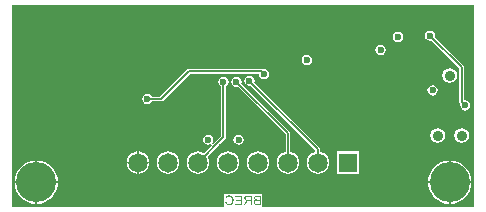
<source format=gbl>
G04*
G04 #@! TF.GenerationSoftware,Altium Limited,Altium Designer,21.6.4 (81)*
G04*
G04 Layer_Physical_Order=4*
G04 Layer_Color=16711680*
%FSLAX44Y44*%
%MOMM*%
G71*
G04*
G04 #@! TF.SameCoordinates,A75552D8-FC29-4B95-B53C-3B512D9A6700*
G04*
G04*
G04 #@! TF.FilePolarity,Positive*
G04*
G01*
G75*
%ADD36C,0.1520*%
%ADD37C,0.9000*%
%ADD38C,3.4000*%
%ADD39C,1.6500*%
%ADD40R,1.6500X1.6500*%
%ADD41C,0.6000*%
G36*
X395922Y4078D02*
X216250Y4078D01*
Y15000D01*
X183750D01*
Y4078D01*
X4078Y4078D01*
X4078Y175020D01*
X148980D01*
X149000Y175000D01*
Y175000D01*
X251000Y175000D01*
Y175020D01*
X395922D01*
X395922Y4078D01*
D02*
G37*
G36*
X188435Y13890D02*
X188629Y13873D01*
X188817Y13849D01*
X188999Y13820D01*
X189169Y13785D01*
X189333Y13738D01*
X189486Y13697D01*
X189626Y13650D01*
X189750Y13603D01*
X189867Y13562D01*
X189967Y13521D01*
X190049Y13480D01*
X190119Y13450D01*
X190166Y13427D01*
X190196Y13409D01*
X190207Y13403D01*
X190372Y13304D01*
X190524Y13198D01*
X190665Y13087D01*
X190800Y12969D01*
X190923Y12852D01*
X191035Y12735D01*
X191140Y12611D01*
X191228Y12500D01*
X191310Y12394D01*
X191387Y12289D01*
X191445Y12201D01*
X191498Y12124D01*
X191533Y12054D01*
X191563Y12007D01*
X191580Y11978D01*
X191586Y11966D01*
X191668Y11784D01*
X191745Y11602D01*
X191809Y11414D01*
X191862Y11227D01*
X191909Y11039D01*
X191950Y10851D01*
X191979Y10675D01*
X192009Y10511D01*
X192026Y10352D01*
X192044Y10206D01*
X192050Y10077D01*
X192061Y9965D01*
Y9877D01*
X192067Y9842D01*
Y9812D01*
Y9789D01*
Y9772D01*
Y9760D01*
Y9754D01*
X192061Y9537D01*
X192050Y9326D01*
X192026Y9120D01*
X192003Y8927D01*
X191968Y8733D01*
X191932Y8557D01*
X191891Y8387D01*
X191850Y8228D01*
X191815Y8087D01*
X191774Y7958D01*
X191739Y7847D01*
X191703Y7753D01*
X191680Y7677D01*
X191657Y7624D01*
X191645Y7589D01*
X191639Y7583D01*
Y7577D01*
X191557Y7395D01*
X191463Y7219D01*
X191363Y7061D01*
X191263Y6908D01*
X191158Y6773D01*
X191052Y6644D01*
X190952Y6533D01*
X190853Y6427D01*
X190759Y6333D01*
X190671Y6257D01*
X190595Y6187D01*
X190524Y6134D01*
X190466Y6093D01*
X190424Y6057D01*
X190401Y6040D01*
X190389Y6034D01*
X190231Y5940D01*
X190061Y5858D01*
X189885Y5788D01*
X189709Y5723D01*
X189533Y5676D01*
X189351Y5629D01*
X189181Y5594D01*
X189010Y5565D01*
X188858Y5547D01*
X188711Y5529D01*
X188582Y5518D01*
X188471Y5506D01*
X188383D01*
X188342Y5500D01*
X188253D01*
X188019Y5506D01*
X187796Y5529D01*
X187585Y5565D01*
X187379Y5606D01*
X187192Y5658D01*
X187015Y5717D01*
X186851Y5782D01*
X186705Y5846D01*
X186569Y5911D01*
X186452Y5975D01*
X186347Y6034D01*
X186264Y6087D01*
X186194Y6128D01*
X186147Y6163D01*
X186118Y6187D01*
X186106Y6192D01*
X185948Y6333D01*
X185801Y6480D01*
X185666Y6638D01*
X185543Y6803D01*
X185431Y6973D01*
X185331Y7137D01*
X185243Y7301D01*
X185167Y7466D01*
X185097Y7618D01*
X185038Y7759D01*
X184991Y7882D01*
X184950Y7994D01*
X184921Y8082D01*
X184909Y8123D01*
X184903Y8152D01*
X184897Y8176D01*
X184891Y8193D01*
X184886Y8205D01*
Y8211D01*
X185959Y8481D01*
X186006Y8293D01*
X186059Y8123D01*
X186118Y7958D01*
X186188Y7812D01*
X186253Y7671D01*
X186329Y7542D01*
X186399Y7430D01*
X186470Y7325D01*
X186534Y7237D01*
X186599Y7155D01*
X186658Y7090D01*
X186710Y7037D01*
X186751Y6990D01*
X186781Y6961D01*
X186804Y6943D01*
X186810Y6938D01*
X186933Y6849D01*
X187057Y6767D01*
X187186Y6697D01*
X187315Y6638D01*
X187444Y6591D01*
X187573Y6550D01*
X187696Y6515D01*
X187813Y6486D01*
X187919Y6462D01*
X188025Y6450D01*
X188113Y6439D01*
X188189Y6427D01*
X188253D01*
X188300Y6421D01*
X188342D01*
X188476Y6427D01*
X188611Y6439D01*
X188741Y6456D01*
X188869Y6480D01*
X188987Y6509D01*
X189104Y6544D01*
X189210Y6574D01*
X189310Y6615D01*
X189398Y6650D01*
X189480Y6679D01*
X189550Y6715D01*
X189609Y6744D01*
X189656Y6767D01*
X189691Y6785D01*
X189715Y6797D01*
X189720Y6803D01*
X189838Y6879D01*
X189943Y6961D01*
X190043Y7049D01*
X190137Y7143D01*
X190219Y7237D01*
X190295Y7337D01*
X190366Y7430D01*
X190430Y7518D01*
X190483Y7606D01*
X190530Y7689D01*
X190571Y7765D01*
X190600Y7829D01*
X190630Y7882D01*
X190647Y7917D01*
X190653Y7947D01*
X190659Y7953D01*
X190712Y8099D01*
X190759Y8252D01*
X190800Y8404D01*
X190829Y8563D01*
X190888Y8862D01*
X190905Y9009D01*
X190923Y9150D01*
X190935Y9273D01*
X190941Y9390D01*
X190947Y9496D01*
X190952Y9584D01*
X190958Y9660D01*
Y9713D01*
Y9748D01*
Y9760D01*
X190952Y9912D01*
X190947Y10059D01*
X190917Y10341D01*
X190900Y10475D01*
X190876Y10605D01*
X190853Y10728D01*
X190829Y10839D01*
X190806Y10945D01*
X190788Y11039D01*
X190765Y11121D01*
X190747Y11191D01*
X190730Y11244D01*
X190718Y11285D01*
X190706Y11315D01*
Y11320D01*
X190653Y11461D01*
X190595Y11590D01*
X190530Y11714D01*
X190460Y11825D01*
X190389Y11937D01*
X190319Y12036D01*
X190243Y12124D01*
X190172Y12206D01*
X190102Y12277D01*
X190037Y12341D01*
X189979Y12394D01*
X189926Y12441D01*
X189885Y12476D01*
X189855Y12506D01*
X189832Y12517D01*
X189826Y12523D01*
X189703Y12605D01*
X189574Y12670D01*
X189445Y12735D01*
X189315Y12787D01*
X189181Y12828D01*
X189051Y12864D01*
X188928Y12893D01*
X188805Y12916D01*
X188694Y12940D01*
X188588Y12952D01*
X188494Y12963D01*
X188412Y12969D01*
X188347Y12975D01*
X188259D01*
X188107Y12969D01*
X187966Y12958D01*
X187831Y12940D01*
X187702Y12910D01*
X187585Y12881D01*
X187473Y12846D01*
X187373Y12811D01*
X187279Y12776D01*
X187197Y12735D01*
X187121Y12699D01*
X187057Y12664D01*
X187004Y12635D01*
X186963Y12605D01*
X186933Y12588D01*
X186916Y12576D01*
X186910Y12570D01*
X186810Y12488D01*
X186716Y12400D01*
X186634Y12300D01*
X186552Y12201D01*
X186476Y12089D01*
X186411Y11983D01*
X186347Y11878D01*
X186294Y11772D01*
X186247Y11673D01*
X186200Y11579D01*
X186165Y11496D01*
X186135Y11426D01*
X186112Y11362D01*
X186094Y11320D01*
X186088Y11291D01*
X186082Y11279D01*
X185026Y11526D01*
X185091Y11731D01*
X185173Y11925D01*
X185255Y12107D01*
X185349Y12277D01*
X185443Y12429D01*
X185537Y12576D01*
X185637Y12705D01*
X185730Y12823D01*
X185824Y12928D01*
X185907Y13016D01*
X185983Y13098D01*
X186053Y13157D01*
X186106Y13210D01*
X186153Y13245D01*
X186176Y13268D01*
X186188Y13274D01*
X186347Y13386D01*
X186511Y13480D01*
X186687Y13562D01*
X186857Y13632D01*
X187027Y13697D01*
X187197Y13744D01*
X187362Y13785D01*
X187520Y13820D01*
X187673Y13843D01*
X187808Y13861D01*
X187925Y13879D01*
X188030Y13885D01*
X188118Y13890D01*
X188154Y13896D01*
X188236D01*
X188435Y13890D01*
D02*
G37*
G36*
X215114Y5635D02*
X211882D01*
X211741Y5641D01*
X211612Y5647D01*
X211488Y5658D01*
X211377Y5664D01*
X211265Y5676D01*
X211166Y5688D01*
X211078Y5705D01*
X210996Y5717D01*
X210925Y5729D01*
X210861Y5741D01*
X210808Y5746D01*
X210767Y5758D01*
X210737Y5764D01*
X210720Y5770D01*
X210714D01*
X210520Y5829D01*
X210350Y5887D01*
X210198Y5958D01*
X210133Y5987D01*
X210068Y6022D01*
X210016Y6051D01*
X209969Y6081D01*
X209928Y6104D01*
X209892Y6128D01*
X209863Y6145D01*
X209846Y6157D01*
X209834Y6169D01*
X209828D01*
X209699Y6274D01*
X209587Y6398D01*
X209488Y6521D01*
X209400Y6644D01*
X209329Y6750D01*
X209300Y6797D01*
X209276Y6838D01*
X209259Y6873D01*
X209247Y6896D01*
X209235Y6914D01*
Y6920D01*
X209153Y7108D01*
X209095Y7295D01*
X209048Y7477D01*
X209018Y7642D01*
X209007Y7712D01*
X209001Y7782D01*
X208995Y7841D01*
Y7888D01*
X208989Y7929D01*
Y7964D01*
Y7982D01*
Y7988D01*
X208995Y8117D01*
X209007Y8240D01*
X209024Y8363D01*
X209053Y8475D01*
X209083Y8586D01*
X209112Y8686D01*
X209153Y8780D01*
X209188Y8868D01*
X209224Y8944D01*
X209259Y9015D01*
X209294Y9073D01*
X209323Y9120D01*
X209353Y9161D01*
X209370Y9191D01*
X209382Y9208D01*
X209388Y9214D01*
X209464Y9308D01*
X209546Y9396D01*
X209640Y9478D01*
X209728Y9549D01*
X209822Y9619D01*
X209916Y9678D01*
X210010Y9730D01*
X210104Y9777D01*
X210186Y9824D01*
X210268Y9859D01*
X210338Y9889D01*
X210397Y9912D01*
X210450Y9930D01*
X210485Y9942D01*
X210514Y9953D01*
X210520D01*
X210415Y10006D01*
X210321Y10065D01*
X210233Y10123D01*
X210145Y10188D01*
X210068Y10253D01*
X209998Y10311D01*
X209939Y10370D01*
X209881Y10429D01*
X209834Y10481D01*
X209787Y10534D01*
X209752Y10575D01*
X209722Y10616D01*
X209699Y10652D01*
X209681Y10675D01*
X209675Y10687D01*
X209669Y10693D01*
X209617Y10781D01*
X209576Y10869D01*
X209534Y10951D01*
X209505Y11039D01*
X209452Y11203D01*
X209417Y11356D01*
X209405Y11420D01*
X209400Y11485D01*
X209388Y11537D01*
Y11585D01*
X209382Y11620D01*
Y11649D01*
Y11667D01*
Y11673D01*
X209388Y11778D01*
X209394Y11878D01*
X209435Y12077D01*
X209482Y12259D01*
X209511Y12341D01*
X209540Y12423D01*
X209576Y12494D01*
X209605Y12553D01*
X209628Y12611D01*
X209652Y12658D01*
X209675Y12693D01*
X209693Y12723D01*
X209699Y12740D01*
X209705Y12746D01*
X209769Y12840D01*
X209834Y12928D01*
X209904Y13004D01*
X209975Y13081D01*
X210051Y13151D01*
X210121Y13210D01*
X210192Y13268D01*
X210262Y13315D01*
X210327Y13362D01*
X210391Y13398D01*
X210444Y13433D01*
X210491Y13456D01*
X210532Y13480D01*
X210561Y13491D01*
X210579Y13503D01*
X210585D01*
X210690Y13550D01*
X210808Y13585D01*
X211054Y13650D01*
X211301Y13697D01*
X211424Y13708D01*
X211541Y13726D01*
X211647Y13732D01*
X211752Y13744D01*
X211840Y13750D01*
X211923D01*
X211987Y13755D01*
X215114D01*
Y5635D01*
D02*
G37*
G36*
X207493D02*
X206419D01*
Y9243D01*
X205028D01*
X204905Y9237D01*
X204799Y9232D01*
X204717Y9226D01*
X204659Y9214D01*
X204612Y9208D01*
X204582Y9202D01*
X204577D01*
X204483Y9173D01*
X204395Y9144D01*
X204312Y9103D01*
X204242Y9067D01*
X204178Y9038D01*
X204131Y9009D01*
X204101Y8991D01*
X204090Y8985D01*
X203996Y8921D01*
X203902Y8838D01*
X203814Y8745D01*
X203726Y8657D01*
X203655Y8575D01*
X203597Y8504D01*
X203573Y8475D01*
X203556Y8457D01*
X203550Y8445D01*
X203544Y8440D01*
X203485Y8363D01*
X203421Y8281D01*
X203292Y8105D01*
X203162Y7917D01*
X203039Y7735D01*
X202987Y7653D01*
X202934Y7577D01*
X202887Y7507D01*
X202846Y7442D01*
X202816Y7395D01*
X202793Y7354D01*
X202775Y7331D01*
X202769Y7325D01*
X201696Y5635D01*
X200352D01*
X201754Y7841D01*
X201913Y8076D01*
X201995Y8181D01*
X202071Y8287D01*
X202148Y8381D01*
X202224Y8469D01*
X202294Y8551D01*
X202359Y8627D01*
X202417Y8698D01*
X202476Y8756D01*
X202523Y8803D01*
X202564Y8850D01*
X202599Y8880D01*
X202623Y8909D01*
X202640Y8921D01*
X202646Y8927D01*
X202740Y9003D01*
X202840Y9073D01*
X202945Y9144D01*
X203051Y9202D01*
X203145Y9255D01*
X203186Y9279D01*
X203221Y9296D01*
X203251Y9314D01*
X203274Y9320D01*
X203286Y9331D01*
X203292D01*
X203080Y9367D01*
X202881Y9408D01*
X202699Y9460D01*
X202529Y9513D01*
X202376Y9578D01*
X202230Y9636D01*
X202106Y9701D01*
X201989Y9766D01*
X201889Y9830D01*
X201807Y9889D01*
X201731Y9942D01*
X201672Y9989D01*
X201625Y10030D01*
X201590Y10059D01*
X201572Y10077D01*
X201567Y10082D01*
X201467Y10194D01*
X201379Y10317D01*
X201303Y10434D01*
X201238Y10558D01*
X201185Y10681D01*
X201138Y10804D01*
X201103Y10921D01*
X201074Y11033D01*
X201050Y11139D01*
X201033Y11232D01*
X201021Y11320D01*
X201009Y11391D01*
Y11455D01*
X201003Y11502D01*
Y11526D01*
Y11537D01*
X201009Y11661D01*
X201015Y11784D01*
X201033Y11901D01*
X201056Y12013D01*
X201080Y12118D01*
X201109Y12218D01*
X201144Y12312D01*
X201173Y12400D01*
X201203Y12476D01*
X201238Y12547D01*
X201267Y12611D01*
X201291Y12664D01*
X201314Y12705D01*
X201326Y12735D01*
X201338Y12752D01*
X201344Y12758D01*
X201408Y12858D01*
X201479Y12952D01*
X201555Y13034D01*
X201625Y13116D01*
X201702Y13186D01*
X201778Y13251D01*
X201854Y13304D01*
X201924Y13356D01*
X201989Y13398D01*
X202054Y13433D01*
X202106Y13468D01*
X202153Y13491D01*
X202194Y13509D01*
X202224Y13521D01*
X202241Y13533D01*
X202247D01*
X202359Y13573D01*
X202482Y13609D01*
X202611Y13638D01*
X202740Y13662D01*
X203016Y13703D01*
X203151Y13714D01*
X203280Y13726D01*
X203409Y13738D01*
X203520Y13744D01*
X203626Y13750D01*
X203720D01*
X203790Y13755D01*
X207493D01*
Y5635D01*
D02*
G37*
G36*
X199296D02*
X193241D01*
Y6591D01*
X198222D01*
Y9355D01*
X193734D01*
Y10311D01*
X198222D01*
Y12799D01*
X193428D01*
Y13755D01*
X199296D01*
Y5635D01*
D02*
G37*
%LPC*%
G36*
X331250Y152354D02*
X329584Y152022D01*
X328172Y151079D01*
X327228Y149666D01*
X326896Y148000D01*
X327228Y146334D01*
X328172Y144922D01*
X329584Y143978D01*
X331250Y143646D01*
X332916Y143978D01*
X334328Y144922D01*
X335272Y146334D01*
X335604Y148000D01*
X335272Y149666D01*
X334328Y151079D01*
X332916Y152022D01*
X331250Y152354D01*
D02*
G37*
G36*
X316500Y141354D02*
X314834Y141022D01*
X313421Y140078D01*
X312478Y138666D01*
X312146Y137000D01*
X312478Y135334D01*
X313421Y133921D01*
X314834Y132978D01*
X316500Y132646D01*
X318166Y132978D01*
X319578Y133921D01*
X320522Y135334D01*
X320854Y137000D01*
X320522Y138666D01*
X319578Y140078D01*
X318166Y141022D01*
X316500Y141354D01*
D02*
G37*
G36*
X254000Y132854D02*
X252334Y132522D01*
X250921Y131579D01*
X249978Y130166D01*
X249646Y128500D01*
X249978Y126834D01*
X250921Y125421D01*
X252334Y124478D01*
X254000Y124146D01*
X255666Y124478D01*
X257078Y125421D01*
X258022Y126834D01*
X258354Y128500D01*
X258022Y130166D01*
X257078Y131579D01*
X255666Y132522D01*
X254000Y132854D01*
D02*
G37*
G36*
X214870Y121070D02*
X154000D01*
X153208Y120912D01*
X152536Y120463D01*
X129643Y97570D01*
X122753D01*
X122079Y98579D01*
X120666Y99522D01*
X119000Y99854D01*
X117334Y99522D01*
X115921Y98579D01*
X114978Y97166D01*
X114646Y95500D01*
X114978Y93834D01*
X115921Y92422D01*
X117334Y91478D01*
X119000Y91146D01*
X120666Y91478D01*
X122079Y92422D01*
X122753Y93430D01*
X130500D01*
X131292Y93588D01*
X131964Y94037D01*
X154857Y116930D01*
X213293D01*
X213646Y116500D01*
X213978Y114834D01*
X214921Y113421D01*
X216334Y112478D01*
X218000Y112146D01*
X219666Y112478D01*
X221078Y113421D01*
X222022Y114834D01*
X222354Y116500D01*
X222022Y118166D01*
X221078Y119579D01*
X219666Y120522D01*
X218000Y120854D01*
X216334Y120522D01*
X216290Y120493D01*
X215662Y120912D01*
X214870Y121070D01*
D02*
G37*
G36*
X374900Y121717D02*
X372463Y121233D01*
X370398Y119852D01*
X369017Y117787D01*
X368533Y115350D01*
X369017Y112913D01*
X370398Y110848D01*
X372463Y109467D01*
X374900Y108983D01*
X377337Y109467D01*
X379402Y110848D01*
X380783Y112913D01*
X381267Y115350D01*
X380783Y117787D01*
X379402Y119852D01*
X377337Y121233D01*
X374900Y121717D01*
D02*
G37*
G36*
X360518Y107121D02*
X358852Y106790D01*
X357439Y105846D01*
X356495Y104434D01*
X356164Y102768D01*
X356495Y101102D01*
X357439Y99689D01*
X358852Y98745D01*
X360518Y98414D01*
X362184Y98745D01*
X363596Y99689D01*
X364540Y101102D01*
X364871Y102768D01*
X364540Y104434D01*
X363596Y105846D01*
X362184Y106790D01*
X360518Y107121D01*
D02*
G37*
G36*
X358430Y153440D02*
X356764Y153108D01*
X355351Y152165D01*
X354407Y150752D01*
X354076Y149086D01*
X354407Y147420D01*
X355351Y146008D01*
X356764Y145064D01*
X358430Y144733D01*
X359619Y144969D01*
X383180Y121409D01*
Y93130D01*
X383338Y92338D01*
X383787Y91667D01*
X384155Y91299D01*
X383896Y90000D01*
X384228Y88334D01*
X385172Y86922D01*
X386584Y85978D01*
X388250Y85646D01*
X389916Y85978D01*
X391329Y86922D01*
X392272Y88334D01*
X392604Y90000D01*
X392272Y91666D01*
X391329Y93078D01*
X389916Y94022D01*
X388250Y94354D01*
X387320Y95117D01*
Y122266D01*
X387162Y123058D01*
X386714Y123729D01*
X362547Y147896D01*
X362783Y149086D01*
X362452Y150752D01*
X361508Y152165D01*
X360096Y153108D01*
X358430Y153440D01*
D02*
G37*
G36*
X385060Y70917D02*
X382623Y70433D01*
X380558Y69052D01*
X379177Y66987D01*
X378693Y64550D01*
X379177Y62113D01*
X380558Y60048D01*
X382623Y58667D01*
X385060Y58183D01*
X387497Y58667D01*
X389562Y60048D01*
X390943Y62113D01*
X391427Y64550D01*
X390943Y66987D01*
X389562Y69052D01*
X387497Y70433D01*
X385060Y70917D01*
D02*
G37*
G36*
X364740D02*
X362303Y70433D01*
X360238Y69052D01*
X358857Y66987D01*
X358373Y64550D01*
X358857Y62113D01*
X360238Y60048D01*
X362303Y58667D01*
X364740Y58183D01*
X367177Y58667D01*
X369242Y60048D01*
X370623Y62113D01*
X371107Y64550D01*
X370623Y66987D01*
X369242Y69052D01*
X367177Y70433D01*
X364740Y70917D01*
D02*
G37*
G36*
X183500Y114354D02*
X181834Y114022D01*
X180422Y113078D01*
X179478Y111666D01*
X179146Y110000D01*
X179478Y108334D01*
X180422Y106922D01*
X181430Y106248D01*
Y64157D01*
X174928Y57655D01*
X173941Y58464D01*
X174522Y59334D01*
X174854Y61000D01*
X174522Y62666D01*
X173578Y64078D01*
X172166Y65022D01*
X170500Y65354D01*
X168834Y65022D01*
X167421Y64078D01*
X166478Y62666D01*
X166146Y61000D01*
X166478Y59334D01*
X167421Y57922D01*
X168834Y56978D01*
X170500Y56646D01*
X172166Y56978D01*
X173036Y57559D01*
X173845Y56572D01*
X167034Y49761D01*
X166701Y50016D01*
X164385Y50975D01*
X161900Y51302D01*
X159415Y50975D01*
X157099Y50016D01*
X155110Y48490D01*
X153584Y46501D01*
X152625Y44185D01*
X152298Y41700D01*
X152625Y39215D01*
X153584Y36899D01*
X155110Y34910D01*
X157099Y33384D01*
X159415Y32425D01*
X161900Y32098D01*
X164385Y32425D01*
X166701Y33384D01*
X168690Y34910D01*
X170216Y36899D01*
X171175Y39215D01*
X171502Y41700D01*
X171175Y44185D01*
X170216Y46501D01*
X169961Y46834D01*
X184963Y61836D01*
X185412Y62508D01*
X185570Y63300D01*
Y106248D01*
X186579Y106922D01*
X187522Y108334D01*
X187854Y110000D01*
X187522Y111666D01*
X186579Y113078D01*
X185166Y114022D01*
X183500Y114354D01*
D02*
G37*
G36*
X196250Y65354D02*
X194584Y65022D01*
X193172Y64078D01*
X192228Y62666D01*
X191896Y61000D01*
X192228Y59334D01*
X193172Y57922D01*
X194584Y56978D01*
X196250Y56646D01*
X197916Y56978D01*
X199328Y57922D01*
X200272Y59334D01*
X200604Y61000D01*
X200272Y62666D01*
X199328Y64078D01*
X197916Y65022D01*
X196250Y65354D01*
D02*
G37*
G36*
X111862Y51202D02*
Y42462D01*
X120602D01*
X120375Y44185D01*
X119416Y46501D01*
X117890Y48490D01*
X115901Y50016D01*
X113585Y50975D01*
X111862Y51202D01*
D02*
G37*
G36*
X110338D02*
X108615Y50975D01*
X106299Y50016D01*
X104310Y48490D01*
X102784Y46501D01*
X101825Y44185D01*
X101598Y42462D01*
X110338D01*
Y51202D01*
D02*
G37*
G36*
X120602Y40938D02*
X111862D01*
Y32198D01*
X113585Y32425D01*
X115901Y33384D01*
X117890Y34910D01*
X119416Y36899D01*
X120375Y39215D01*
X120602Y40938D01*
D02*
G37*
G36*
X110338D02*
X101598D01*
X101825Y39215D01*
X102784Y36899D01*
X104310Y34910D01*
X106299Y33384D01*
X108615Y32425D01*
X110338Y32198D01*
Y40938D01*
D02*
G37*
G36*
X298420Y51220D02*
X279380D01*
Y32180D01*
X298420D01*
Y51220D01*
D02*
G37*
G36*
X205500Y115354D02*
X203834Y115022D01*
X202421Y114079D01*
X201478Y112666D01*
X201146Y111000D01*
X201478Y109334D01*
X202421Y107921D01*
X203834Y106978D01*
X205500Y106646D01*
X206690Y106883D01*
X261237Y52336D01*
Y51004D01*
X261015Y50975D01*
X258699Y50016D01*
X256710Y48490D01*
X255184Y46501D01*
X254225Y44185D01*
X253898Y41700D01*
X254225Y39215D01*
X255184Y36899D01*
X256710Y34910D01*
X258699Y33384D01*
X261015Y32425D01*
X263500Y32098D01*
X265985Y32425D01*
X268301Y33384D01*
X270290Y34910D01*
X271816Y36899D01*
X272775Y39215D01*
X273102Y41700D01*
X272775Y44185D01*
X271816Y46501D01*
X270290Y48490D01*
X268301Y50016D01*
X265985Y50975D01*
X265376Y51055D01*
Y53193D01*
X265219Y53985D01*
X264770Y54657D01*
X209617Y109810D01*
X209854Y111000D01*
X209522Y112666D01*
X208578Y114079D01*
X207166Y115022D01*
X205500Y115354D01*
D02*
G37*
G36*
X194500Y114354D02*
X192834Y114022D01*
X191422Y113078D01*
X190478Y111666D01*
X190146Y110000D01*
X190478Y108334D01*
X191422Y106922D01*
X192834Y105978D01*
X194500Y105646D01*
X195690Y105883D01*
X236030Y65543D01*
Y51030D01*
X235615Y50975D01*
X233299Y50016D01*
X231310Y48490D01*
X229784Y46501D01*
X228825Y44185D01*
X228498Y41700D01*
X228825Y39215D01*
X229784Y36899D01*
X231310Y34910D01*
X233299Y33384D01*
X235615Y32425D01*
X238100Y32098D01*
X240585Y32425D01*
X242901Y33384D01*
X244890Y34910D01*
X246416Y36899D01*
X247375Y39215D01*
X247702Y41700D01*
X247375Y44185D01*
X246416Y46501D01*
X244890Y48490D01*
X242901Y50016D01*
X240585Y50975D01*
X240170Y51030D01*
Y66400D01*
X240012Y67192D01*
X239564Y67863D01*
X198617Y108810D01*
X198854Y110000D01*
X198522Y111666D01*
X197579Y113078D01*
X196166Y114022D01*
X194500Y114354D01*
D02*
G37*
G36*
X212700Y51302D02*
X210215Y50975D01*
X207899Y50016D01*
X205910Y48490D01*
X204384Y46501D01*
X203425Y44185D01*
X203098Y41700D01*
X203425Y39215D01*
X204384Y36899D01*
X205910Y34910D01*
X207899Y33384D01*
X210215Y32425D01*
X212700Y32098D01*
X215185Y32425D01*
X217501Y33384D01*
X219490Y34910D01*
X221016Y36899D01*
X221975Y39215D01*
X222302Y41700D01*
X221975Y44185D01*
X221016Y46501D01*
X219490Y48490D01*
X217501Y50016D01*
X215185Y50975D01*
X212700Y51302D01*
D02*
G37*
G36*
X187300D02*
X184815Y50975D01*
X182499Y50016D01*
X180510Y48490D01*
X178984Y46501D01*
X178025Y44185D01*
X177698Y41700D01*
X178025Y39215D01*
X178984Y36899D01*
X180510Y34910D01*
X182499Y33384D01*
X184815Y32425D01*
X187300Y32098D01*
X189785Y32425D01*
X192101Y33384D01*
X194090Y34910D01*
X195616Y36899D01*
X196575Y39215D01*
X196902Y41700D01*
X196575Y44185D01*
X195616Y46501D01*
X194090Y48490D01*
X192101Y50016D01*
X189785Y50975D01*
X187300Y51302D01*
D02*
G37*
G36*
X136500D02*
X134015Y50975D01*
X131699Y50016D01*
X129710Y48490D01*
X128184Y46501D01*
X127225Y44185D01*
X126898Y41700D01*
X127225Y39215D01*
X128184Y36899D01*
X129710Y34910D01*
X131699Y33384D01*
X134015Y32425D01*
X136500Y32098D01*
X138985Y32425D01*
X141301Y33384D01*
X143290Y34910D01*
X144816Y36899D01*
X145775Y39215D01*
X146102Y41700D01*
X145775Y44185D01*
X144816Y46501D01*
X143290Y48490D01*
X141301Y50016D01*
X138985Y50975D01*
X136500Y51302D01*
D02*
G37*
G36*
X375762Y43283D02*
Y25762D01*
X393283D01*
X393006Y28582D01*
X391961Y32025D01*
X390264Y35199D01*
X387981Y37981D01*
X385199Y40264D01*
X382025Y41961D01*
X378582Y43006D01*
X375762Y43283D01*
D02*
G37*
G36*
X374238D02*
X371418Y43006D01*
X367975Y41961D01*
X364801Y40264D01*
X362019Y37981D01*
X359736Y35199D01*
X358039Y32025D01*
X356994Y28582D01*
X356717Y25762D01*
X374238D01*
Y43283D01*
D02*
G37*
G36*
X25762D02*
Y25762D01*
X43283D01*
X43006Y28582D01*
X41961Y32025D01*
X40264Y35199D01*
X37981Y37981D01*
X35199Y40264D01*
X32025Y41961D01*
X28582Y43006D01*
X25762Y43283D01*
D02*
G37*
G36*
X24238D02*
X21418Y43006D01*
X17975Y41961D01*
X14801Y40264D01*
X12019Y37981D01*
X9736Y35199D01*
X8039Y32025D01*
X6994Y28582D01*
X6717Y25762D01*
X24238D01*
Y43283D01*
D02*
G37*
G36*
X393283Y24238D02*
X375762D01*
Y6717D01*
X378582Y6994D01*
X382025Y8039D01*
X385199Y9736D01*
X387981Y12019D01*
X390264Y14801D01*
X391961Y17975D01*
X393006Y21418D01*
X393283Y24238D01*
D02*
G37*
G36*
X374238D02*
X356717D01*
X356994Y21418D01*
X358039Y17975D01*
X359736Y14801D01*
X362019Y12019D01*
X364801Y9736D01*
X367975Y8039D01*
X371418Y6994D01*
X374238Y6717D01*
Y24238D01*
D02*
G37*
G36*
X43283D02*
X25762D01*
Y6717D01*
X28582Y6994D01*
X32025Y8039D01*
X35199Y9736D01*
X37981Y12019D01*
X40264Y14801D01*
X41961Y17975D01*
X43006Y21418D01*
X43283Y24238D01*
D02*
G37*
G36*
X24238D02*
X6717D01*
X6994Y21418D01*
X8039Y17975D01*
X9736Y14801D01*
X12019Y12019D01*
X14801Y9736D01*
X17975Y8039D01*
X21418Y6994D01*
X24238Y6717D01*
Y24238D01*
D02*
G37*
G36*
X214041Y12799D02*
X212263D01*
X212116Y12793D01*
X211981Y12787D01*
X211858Y12781D01*
X211747Y12770D01*
X211647Y12764D01*
X211559Y12752D01*
X211477Y12740D01*
X211406Y12729D01*
X211348Y12717D01*
X211301Y12711D01*
X211259Y12699D01*
X211230Y12693D01*
X211207Y12688D01*
X211195Y12682D01*
X211189D01*
X211060Y12629D01*
X210954Y12570D01*
X210855Y12500D01*
X210778Y12429D01*
X210720Y12365D01*
X210673Y12312D01*
X210649Y12271D01*
X210638Y12265D01*
Y12259D01*
X210573Y12142D01*
X210520Y12019D01*
X210485Y11901D01*
X210462Y11790D01*
X210450Y11696D01*
X210444Y11655D01*
X210438Y11620D01*
Y11590D01*
Y11567D01*
Y11555D01*
Y11549D01*
X210450Y11397D01*
X210473Y11256D01*
X210503Y11133D01*
X210544Y11033D01*
X210585Y10945D01*
X210602Y10916D01*
X210614Y10886D01*
X210632Y10863D01*
X210638Y10845D01*
X210649Y10839D01*
Y10833D01*
X210737Y10734D01*
X210831Y10652D01*
X210937Y10581D01*
X211037Y10528D01*
X211125Y10487D01*
X211166Y10470D01*
X211195Y10458D01*
X211224Y10446D01*
X211248Y10440D01*
X211259Y10434D01*
X211265D01*
X211330Y10417D01*
X211400Y10405D01*
X211477Y10393D01*
X211559Y10382D01*
X211729Y10364D01*
X211893Y10352D01*
X211975Y10346D01*
X212116D01*
X212175Y10341D01*
X214041D01*
Y12799D01*
D02*
G37*
G36*
Y9384D02*
X212028D01*
X211893Y9378D01*
X211770Y9373D01*
X211658Y9361D01*
X211553Y9349D01*
X211453Y9337D01*
X211365Y9326D01*
X211283Y9314D01*
X211213Y9302D01*
X211154Y9290D01*
X211101Y9279D01*
X211060Y9267D01*
X211025Y9255D01*
X211001Y9249D01*
X210990Y9243D01*
X210984D01*
X210837Y9185D01*
X210708Y9114D01*
X210597Y9038D01*
X210503Y8956D01*
X210426Y8885D01*
X210374Y8827D01*
X210356Y8803D01*
X210344Y8792D01*
X210333Y8780D01*
Y8774D01*
X210256Y8645D01*
X210198Y8510D01*
X210156Y8381D01*
X210127Y8258D01*
X210110Y8146D01*
X210104Y8105D01*
Y8064D01*
X210098Y8035D01*
Y8005D01*
Y7994D01*
Y7988D01*
X210104Y7847D01*
X210121Y7712D01*
X210151Y7595D01*
X210180Y7495D01*
X210209Y7413D01*
X210239Y7348D01*
X210245Y7325D01*
X210256Y7307D01*
X210262Y7301D01*
Y7295D01*
X210327Y7190D01*
X210391Y7102D01*
X210462Y7025D01*
X210526Y6961D01*
X210585Y6908D01*
X210632Y6873D01*
X210661Y6849D01*
X210667Y6844D01*
X210673D01*
X210773Y6791D01*
X210872Y6744D01*
X210978Y6709D01*
X211072Y6679D01*
X211160Y6656D01*
X211224Y6638D01*
X211254Y6632D01*
X211271D01*
X211283Y6626D01*
X211289D01*
X211330Y6621D01*
X211383Y6615D01*
X211494Y6609D01*
X211612Y6597D01*
X211735D01*
X211846Y6591D01*
X214041D01*
Y9384D01*
D02*
G37*
G36*
X206419Y12858D02*
X203855D01*
X203691Y12852D01*
X203538Y12840D01*
X203397Y12823D01*
X203268Y12799D01*
X203151Y12770D01*
X203039Y12740D01*
X202940Y12705D01*
X202857Y12670D01*
X202781Y12635D01*
X202717Y12600D01*
X202658Y12570D01*
X202611Y12541D01*
X202582Y12517D01*
X202552Y12500D01*
X202541Y12488D01*
X202535Y12482D01*
X202458Y12412D01*
X202394Y12335D01*
X202341Y12259D01*
X202288Y12177D01*
X202247Y12101D01*
X202218Y12019D01*
X202188Y11942D01*
X202165Y11872D01*
X202148Y11802D01*
X202136Y11737D01*
X202124Y11684D01*
X202118Y11631D01*
X202112Y11590D01*
Y11561D01*
Y11543D01*
Y11537D01*
X202124Y11391D01*
X202148Y11256D01*
X202183Y11133D01*
X202218Y11027D01*
X202259Y10939D01*
X202277Y10898D01*
X202294Y10869D01*
X202312Y10845D01*
X202318Y10828D01*
X202329Y10816D01*
Y10810D01*
X202417Y10693D01*
X202517Y10593D01*
X202623Y10511D01*
X202728Y10440D01*
X202822Y10388D01*
X202857Y10370D01*
X202893Y10352D01*
X202922Y10341D01*
X202945Y10329D01*
X202957Y10323D01*
X202963D01*
X203045Y10300D01*
X203127Y10276D01*
X203315Y10241D01*
X203509Y10211D01*
X203691Y10194D01*
X203779Y10188D01*
X203855Y10182D01*
X203931D01*
X203990Y10176D01*
X206419D01*
Y12858D01*
D02*
G37*
%LPD*%
D36*
X161900Y41700D02*
X183500Y63300D01*
Y110000D01*
X119000Y95500D02*
X130500D01*
X154000Y119000D01*
X214870D01*
X217370Y116500D02*
X218000D01*
X214870Y119000D02*
X217370Y116500D01*
X358430Y149086D02*
X385250Y122266D01*
X388250Y90000D02*
Y90130D01*
X385250Y93130D02*
X388250Y90130D01*
X385250Y93130D02*
Y122266D01*
X205500Y111000D02*
X263307Y53193D01*
X238100Y41700D02*
Y66400D01*
X194500Y110000D02*
X238100Y66400D01*
X263307Y41893D02*
X263500Y41700D01*
X263307Y41893D02*
Y53193D01*
D37*
X364740Y64550D02*
D03*
X385060D02*
D03*
X374900Y115350D02*
D03*
D38*
X375000Y25000D02*
D03*
X25000D02*
D03*
D39*
X161900Y41700D02*
D03*
X187300D02*
D03*
X212700D02*
D03*
X263500D02*
D03*
X238100D02*
D03*
X136500D02*
D03*
X111100D02*
D03*
D40*
X288900D02*
D03*
D41*
X140000Y66500D02*
D03*
X125000D02*
D03*
X380000Y171500D02*
D03*
Y141500D02*
D03*
Y51500D02*
D03*
X365000Y126500D02*
D03*
Y111500D02*
D03*
Y51500D02*
D03*
X350000Y126500D02*
D03*
Y111500D02*
D03*
Y96500D02*
D03*
Y81500D02*
D03*
Y66500D02*
D03*
Y51500D02*
D03*
Y36500D02*
D03*
X335000Y126500D02*
D03*
Y111500D02*
D03*
Y81500D02*
D03*
Y66500D02*
D03*
Y51500D02*
D03*
Y36500D02*
D03*
Y21500D02*
D03*
X320000Y111500D02*
D03*
Y96500D02*
D03*
Y81500D02*
D03*
Y66500D02*
D03*
Y51500D02*
D03*
Y36500D02*
D03*
Y21500D02*
D03*
X305000Y126500D02*
D03*
Y111500D02*
D03*
Y81500D02*
D03*
Y66500D02*
D03*
Y51500D02*
D03*
Y36500D02*
D03*
Y21500D02*
D03*
X290000Y126500D02*
D03*
Y111500D02*
D03*
Y81500D02*
D03*
Y66500D02*
D03*
Y21500D02*
D03*
X275000Y126500D02*
D03*
Y111500D02*
D03*
Y81500D02*
D03*
Y66500D02*
D03*
Y51500D02*
D03*
Y36500D02*
D03*
Y21500D02*
D03*
X260000Y171500D02*
D03*
Y111500D02*
D03*
Y81500D02*
D03*
Y66500D02*
D03*
Y21500D02*
D03*
X245000D02*
D03*
X230000Y51500D02*
D03*
Y21500D02*
D03*
X215000Y156500D02*
D03*
Y141500D02*
D03*
Y126500D02*
D03*
Y21500D02*
D03*
X200000Y171500D02*
D03*
Y156500D02*
D03*
Y141500D02*
D03*
Y126500D02*
D03*
Y36500D02*
D03*
Y21500D02*
D03*
X185000Y156500D02*
D03*
Y141500D02*
D03*
Y126500D02*
D03*
Y21500D02*
D03*
X170000D02*
D03*
X155000D02*
D03*
X140000Y171500D02*
D03*
Y156500D02*
D03*
Y21500D02*
D03*
X125000Y171500D02*
D03*
Y156500D02*
D03*
Y51500D02*
D03*
Y36500D02*
D03*
Y21500D02*
D03*
X110000Y171500D02*
D03*
Y156500D02*
D03*
Y141500D02*
D03*
Y126500D02*
D03*
Y111500D02*
D03*
Y81500D02*
D03*
Y66500D02*
D03*
Y21500D02*
D03*
X95000Y171500D02*
D03*
Y156500D02*
D03*
Y141500D02*
D03*
Y126500D02*
D03*
Y111500D02*
D03*
Y81500D02*
D03*
Y66500D02*
D03*
Y51500D02*
D03*
Y36500D02*
D03*
Y21500D02*
D03*
X80000Y171500D02*
D03*
Y156500D02*
D03*
Y141500D02*
D03*
Y126500D02*
D03*
Y111500D02*
D03*
Y96500D02*
D03*
Y81500D02*
D03*
Y66500D02*
D03*
Y51500D02*
D03*
Y36500D02*
D03*
Y21500D02*
D03*
X65000Y171500D02*
D03*
Y156500D02*
D03*
Y141500D02*
D03*
Y126500D02*
D03*
Y111500D02*
D03*
Y81500D02*
D03*
Y66500D02*
D03*
Y51500D02*
D03*
Y36500D02*
D03*
Y21500D02*
D03*
X50000Y171500D02*
D03*
Y156500D02*
D03*
Y141500D02*
D03*
Y126500D02*
D03*
Y111500D02*
D03*
Y96500D02*
D03*
Y81500D02*
D03*
Y66500D02*
D03*
Y51500D02*
D03*
Y36500D02*
D03*
X35000Y171500D02*
D03*
Y156500D02*
D03*
Y141500D02*
D03*
Y126500D02*
D03*
Y111500D02*
D03*
Y96500D02*
D03*
Y81500D02*
D03*
Y66500D02*
D03*
Y51500D02*
D03*
X20000Y171500D02*
D03*
Y156500D02*
D03*
Y141500D02*
D03*
Y126500D02*
D03*
Y111500D02*
D03*
Y96500D02*
D03*
Y81500D02*
D03*
Y66500D02*
D03*
Y51500D02*
D03*
X170500Y61000D02*
D03*
X196250D02*
D03*
X182470Y55156D02*
D03*
X331250Y148000D02*
D03*
X254000Y128500D02*
D03*
X350000Y155000D02*
D03*
X355000Y141500D02*
D03*
X365000Y155000D02*
D03*
X50000Y21500D02*
D03*
X350000D02*
D03*
X135250Y111250D02*
D03*
X7500Y66500D02*
D03*
Y171500D02*
D03*
Y156500D02*
D03*
Y141500D02*
D03*
Y126500D02*
D03*
Y111500D02*
D03*
Y96500D02*
D03*
Y81500D02*
D03*
Y51500D02*
D03*
X392500D02*
D03*
Y81500D02*
D03*
Y96500D02*
D03*
Y111500D02*
D03*
Y126500D02*
D03*
Y141500D02*
D03*
Y156500D02*
D03*
Y171500D02*
D03*
X350000D02*
D03*
X275000D02*
D03*
X290000D02*
D03*
X320000D02*
D03*
X335000D02*
D03*
X251000D02*
D03*
X365000D02*
D03*
X305000D02*
D03*
X148500Y150500D02*
D03*
X247000Y76750D02*
D03*
X251250Y84500D02*
D03*
X235750Y92750D02*
D03*
X172500Y100500D02*
D03*
X164250Y92750D02*
D03*
X149000Y84500D02*
D03*
X350000Y7500D02*
D03*
X335000D02*
D03*
X320000D02*
D03*
X305000D02*
D03*
X290000D02*
D03*
X275000D02*
D03*
X260000D02*
D03*
X245000D02*
D03*
X230000D02*
D03*
X170000D02*
D03*
X155000D02*
D03*
X140000D02*
D03*
X125000D02*
D03*
X110000D02*
D03*
X95000D02*
D03*
X80000D02*
D03*
X65000D02*
D03*
X50000D02*
D03*
X360518Y102768D02*
D03*
X316500Y137000D02*
D03*
X148739Y171457D02*
D03*
X256500Y144250D02*
D03*
X223250Y171500D02*
D03*
X209750D02*
D03*
X190239Y171457D02*
D03*
X148500Y161500D02*
D03*
X176750Y171500D02*
D03*
X388250Y90000D02*
D03*
X119000Y95500D02*
D03*
X183500Y110000D02*
D03*
X218000Y116500D02*
D03*
X194500Y110000D02*
D03*
X205500Y111000D02*
D03*
X358430Y149086D02*
D03*
M02*

</source>
